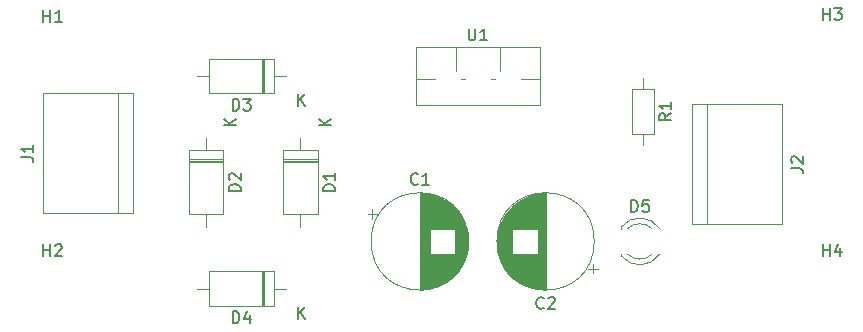
<source format=gbr>
%TF.GenerationSoftware,KiCad,Pcbnew,8.0.0*%
%TF.CreationDate,2024-04-09T00:47:27+05:00*%
%TF.ProjectId,Power_Supply,506f7765-725f-4537-9570-706c792e6b69,rev?*%
%TF.SameCoordinates,Original*%
%TF.FileFunction,Legend,Top*%
%TF.FilePolarity,Positive*%
%FSLAX46Y46*%
G04 Gerber Fmt 4.6, Leading zero omitted, Abs format (unit mm)*
G04 Created by KiCad (PCBNEW 8.0.0) date 2024-04-09 00:47:27*
%MOMM*%
%LPD*%
G01*
G04 APERTURE LIST*
%ADD10C,0.150000*%
%ADD11C,0.120000*%
G04 APERTURE END LIST*
D10*
X149933333Y-93109580D02*
X149885714Y-93157200D01*
X149885714Y-93157200D02*
X149742857Y-93204819D01*
X149742857Y-93204819D02*
X149647619Y-93204819D01*
X149647619Y-93204819D02*
X149504762Y-93157200D01*
X149504762Y-93157200D02*
X149409524Y-93061961D01*
X149409524Y-93061961D02*
X149361905Y-92966723D01*
X149361905Y-92966723D02*
X149314286Y-92776247D01*
X149314286Y-92776247D02*
X149314286Y-92633390D01*
X149314286Y-92633390D02*
X149361905Y-92442914D01*
X149361905Y-92442914D02*
X149409524Y-92347676D01*
X149409524Y-92347676D02*
X149504762Y-92252438D01*
X149504762Y-92252438D02*
X149647619Y-92204819D01*
X149647619Y-92204819D02*
X149742857Y-92204819D01*
X149742857Y-92204819D02*
X149885714Y-92252438D01*
X149885714Y-92252438D02*
X149933333Y-92300057D01*
X150885714Y-93204819D02*
X150314286Y-93204819D01*
X150600000Y-93204819D02*
X150600000Y-92204819D01*
X150600000Y-92204819D02*
X150504762Y-92347676D01*
X150504762Y-92347676D02*
X150409524Y-92442914D01*
X150409524Y-92442914D02*
X150314286Y-92490533D01*
X184238095Y-99254819D02*
X184238095Y-98254819D01*
X184238095Y-98731009D02*
X184809523Y-98731009D01*
X184809523Y-99254819D02*
X184809523Y-98254819D01*
X185714285Y-98588152D02*
X185714285Y-99254819D01*
X185476190Y-98207200D02*
X185238095Y-98921485D01*
X185238095Y-98921485D02*
X185857142Y-98921485D01*
X184238095Y-79254819D02*
X184238095Y-78254819D01*
X184238095Y-78731009D02*
X184809523Y-78731009D01*
X184809523Y-79254819D02*
X184809523Y-78254819D01*
X185190476Y-78254819D02*
X185809523Y-78254819D01*
X185809523Y-78254819D02*
X185476190Y-78635771D01*
X185476190Y-78635771D02*
X185619047Y-78635771D01*
X185619047Y-78635771D02*
X185714285Y-78683390D01*
X185714285Y-78683390D02*
X185761904Y-78731009D01*
X185761904Y-78731009D02*
X185809523Y-78826247D01*
X185809523Y-78826247D02*
X185809523Y-79064342D01*
X185809523Y-79064342D02*
X185761904Y-79159580D01*
X185761904Y-79159580D02*
X185714285Y-79207200D01*
X185714285Y-79207200D02*
X185619047Y-79254819D01*
X185619047Y-79254819D02*
X185333333Y-79254819D01*
X185333333Y-79254819D02*
X185238095Y-79207200D01*
X185238095Y-79207200D02*
X185190476Y-79159580D01*
X118238095Y-99254819D02*
X118238095Y-98254819D01*
X118238095Y-98731009D02*
X118809523Y-98731009D01*
X118809523Y-99254819D02*
X118809523Y-98254819D01*
X119238095Y-98350057D02*
X119285714Y-98302438D01*
X119285714Y-98302438D02*
X119380952Y-98254819D01*
X119380952Y-98254819D02*
X119619047Y-98254819D01*
X119619047Y-98254819D02*
X119714285Y-98302438D01*
X119714285Y-98302438D02*
X119761904Y-98350057D01*
X119761904Y-98350057D02*
X119809523Y-98445295D01*
X119809523Y-98445295D02*
X119809523Y-98540533D01*
X119809523Y-98540533D02*
X119761904Y-98683390D01*
X119761904Y-98683390D02*
X119190476Y-99254819D01*
X119190476Y-99254819D02*
X119809523Y-99254819D01*
X118238095Y-79404819D02*
X118238095Y-78404819D01*
X118238095Y-78881009D02*
X118809523Y-78881009D01*
X118809523Y-79404819D02*
X118809523Y-78404819D01*
X119809523Y-79404819D02*
X119238095Y-79404819D01*
X119523809Y-79404819D02*
X119523809Y-78404819D01*
X119523809Y-78404819D02*
X119428571Y-78547676D01*
X119428571Y-78547676D02*
X119333333Y-78642914D01*
X119333333Y-78642914D02*
X119238095Y-78690533D01*
X154238095Y-79982319D02*
X154238095Y-80791842D01*
X154238095Y-80791842D02*
X154285714Y-80887080D01*
X154285714Y-80887080D02*
X154333333Y-80934700D01*
X154333333Y-80934700D02*
X154428571Y-80982319D01*
X154428571Y-80982319D02*
X154619047Y-80982319D01*
X154619047Y-80982319D02*
X154714285Y-80934700D01*
X154714285Y-80934700D02*
X154761904Y-80887080D01*
X154761904Y-80887080D02*
X154809523Y-80791842D01*
X154809523Y-80791842D02*
X154809523Y-79982319D01*
X155809523Y-80982319D02*
X155238095Y-80982319D01*
X155523809Y-80982319D02*
X155523809Y-79982319D01*
X155523809Y-79982319D02*
X155428571Y-80125176D01*
X155428571Y-80125176D02*
X155333333Y-80220414D01*
X155333333Y-80220414D02*
X155238095Y-80268033D01*
X171374819Y-87166666D02*
X170898628Y-87499999D01*
X171374819Y-87738094D02*
X170374819Y-87738094D01*
X170374819Y-87738094D02*
X170374819Y-87357142D01*
X170374819Y-87357142D02*
X170422438Y-87261904D01*
X170422438Y-87261904D02*
X170470057Y-87214285D01*
X170470057Y-87214285D02*
X170565295Y-87166666D01*
X170565295Y-87166666D02*
X170708152Y-87166666D01*
X170708152Y-87166666D02*
X170803390Y-87214285D01*
X170803390Y-87214285D02*
X170851009Y-87261904D01*
X170851009Y-87261904D02*
X170898628Y-87357142D01*
X170898628Y-87357142D02*
X170898628Y-87738094D01*
X171374819Y-86214285D02*
X171374819Y-86785713D01*
X171374819Y-86499999D02*
X170374819Y-86499999D01*
X170374819Y-86499999D02*
X170517676Y-86595237D01*
X170517676Y-86595237D02*
X170612914Y-86690475D01*
X170612914Y-86690475D02*
X170660533Y-86785713D01*
X181534819Y-91793333D02*
X182249104Y-91793333D01*
X182249104Y-91793333D02*
X182391961Y-91840952D01*
X182391961Y-91840952D02*
X182487200Y-91936190D01*
X182487200Y-91936190D02*
X182534819Y-92079047D01*
X182534819Y-92079047D02*
X182534819Y-92174285D01*
X181630057Y-91364761D02*
X181582438Y-91317142D01*
X181582438Y-91317142D02*
X181534819Y-91221904D01*
X181534819Y-91221904D02*
X181534819Y-90983809D01*
X181534819Y-90983809D02*
X181582438Y-90888571D01*
X181582438Y-90888571D02*
X181630057Y-90840952D01*
X181630057Y-90840952D02*
X181725295Y-90793333D01*
X181725295Y-90793333D02*
X181820533Y-90793333D01*
X181820533Y-90793333D02*
X181963390Y-90840952D01*
X181963390Y-90840952D02*
X182534819Y-91412380D01*
X182534819Y-91412380D02*
X182534819Y-90793333D01*
X116374819Y-90873333D02*
X117089104Y-90873333D01*
X117089104Y-90873333D02*
X117231961Y-90920952D01*
X117231961Y-90920952D02*
X117327200Y-91016190D01*
X117327200Y-91016190D02*
X117374819Y-91159047D01*
X117374819Y-91159047D02*
X117374819Y-91254285D01*
X117374819Y-89873333D02*
X117374819Y-90444761D01*
X117374819Y-90159047D02*
X116374819Y-90159047D01*
X116374819Y-90159047D02*
X116517676Y-90254285D01*
X116517676Y-90254285D02*
X116612914Y-90349523D01*
X116612914Y-90349523D02*
X116660533Y-90444761D01*
X167991905Y-95494819D02*
X167991905Y-94494819D01*
X167991905Y-94494819D02*
X168230000Y-94494819D01*
X168230000Y-94494819D02*
X168372857Y-94542438D01*
X168372857Y-94542438D02*
X168468095Y-94637676D01*
X168468095Y-94637676D02*
X168515714Y-94732914D01*
X168515714Y-94732914D02*
X168563333Y-94923390D01*
X168563333Y-94923390D02*
X168563333Y-95066247D01*
X168563333Y-95066247D02*
X168515714Y-95256723D01*
X168515714Y-95256723D02*
X168468095Y-95351961D01*
X168468095Y-95351961D02*
X168372857Y-95447200D01*
X168372857Y-95447200D02*
X168230000Y-95494819D01*
X168230000Y-95494819D02*
X167991905Y-95494819D01*
X169468095Y-94494819D02*
X168991905Y-94494819D01*
X168991905Y-94494819D02*
X168944286Y-94971009D01*
X168944286Y-94971009D02*
X168991905Y-94923390D01*
X168991905Y-94923390D02*
X169087143Y-94875771D01*
X169087143Y-94875771D02*
X169325238Y-94875771D01*
X169325238Y-94875771D02*
X169420476Y-94923390D01*
X169420476Y-94923390D02*
X169468095Y-94971009D01*
X169468095Y-94971009D02*
X169515714Y-95066247D01*
X169515714Y-95066247D02*
X169515714Y-95304342D01*
X169515714Y-95304342D02*
X169468095Y-95399580D01*
X169468095Y-95399580D02*
X169420476Y-95447200D01*
X169420476Y-95447200D02*
X169325238Y-95494819D01*
X169325238Y-95494819D02*
X169087143Y-95494819D01*
X169087143Y-95494819D02*
X168991905Y-95447200D01*
X168991905Y-95447200D02*
X168944286Y-95399580D01*
X134261905Y-104924819D02*
X134261905Y-103924819D01*
X134261905Y-103924819D02*
X134500000Y-103924819D01*
X134500000Y-103924819D02*
X134642857Y-103972438D01*
X134642857Y-103972438D02*
X134738095Y-104067676D01*
X134738095Y-104067676D02*
X134785714Y-104162914D01*
X134785714Y-104162914D02*
X134833333Y-104353390D01*
X134833333Y-104353390D02*
X134833333Y-104496247D01*
X134833333Y-104496247D02*
X134785714Y-104686723D01*
X134785714Y-104686723D02*
X134738095Y-104781961D01*
X134738095Y-104781961D02*
X134642857Y-104877200D01*
X134642857Y-104877200D02*
X134500000Y-104924819D01*
X134500000Y-104924819D02*
X134261905Y-104924819D01*
X135690476Y-104258152D02*
X135690476Y-104924819D01*
X135452381Y-103877200D02*
X135214286Y-104591485D01*
X135214286Y-104591485D02*
X135833333Y-104591485D01*
X139818095Y-104554819D02*
X139818095Y-103554819D01*
X140389523Y-104554819D02*
X139960952Y-103983390D01*
X140389523Y-103554819D02*
X139818095Y-104126247D01*
X134261905Y-86924819D02*
X134261905Y-85924819D01*
X134261905Y-85924819D02*
X134500000Y-85924819D01*
X134500000Y-85924819D02*
X134642857Y-85972438D01*
X134642857Y-85972438D02*
X134738095Y-86067676D01*
X134738095Y-86067676D02*
X134785714Y-86162914D01*
X134785714Y-86162914D02*
X134833333Y-86353390D01*
X134833333Y-86353390D02*
X134833333Y-86496247D01*
X134833333Y-86496247D02*
X134785714Y-86686723D01*
X134785714Y-86686723D02*
X134738095Y-86781961D01*
X134738095Y-86781961D02*
X134642857Y-86877200D01*
X134642857Y-86877200D02*
X134500000Y-86924819D01*
X134500000Y-86924819D02*
X134261905Y-86924819D01*
X135166667Y-85924819D02*
X135785714Y-85924819D01*
X135785714Y-85924819D02*
X135452381Y-86305771D01*
X135452381Y-86305771D02*
X135595238Y-86305771D01*
X135595238Y-86305771D02*
X135690476Y-86353390D01*
X135690476Y-86353390D02*
X135738095Y-86401009D01*
X135738095Y-86401009D02*
X135785714Y-86496247D01*
X135785714Y-86496247D02*
X135785714Y-86734342D01*
X135785714Y-86734342D02*
X135738095Y-86829580D01*
X135738095Y-86829580D02*
X135690476Y-86877200D01*
X135690476Y-86877200D02*
X135595238Y-86924819D01*
X135595238Y-86924819D02*
X135309524Y-86924819D01*
X135309524Y-86924819D02*
X135214286Y-86877200D01*
X135214286Y-86877200D02*
X135166667Y-86829580D01*
X139818095Y-86554819D02*
X139818095Y-85554819D01*
X140389523Y-86554819D02*
X139960952Y-85983390D01*
X140389523Y-85554819D02*
X139818095Y-86126247D01*
X134924819Y-93738094D02*
X133924819Y-93738094D01*
X133924819Y-93738094D02*
X133924819Y-93499999D01*
X133924819Y-93499999D02*
X133972438Y-93357142D01*
X133972438Y-93357142D02*
X134067676Y-93261904D01*
X134067676Y-93261904D02*
X134162914Y-93214285D01*
X134162914Y-93214285D02*
X134353390Y-93166666D01*
X134353390Y-93166666D02*
X134496247Y-93166666D01*
X134496247Y-93166666D02*
X134686723Y-93214285D01*
X134686723Y-93214285D02*
X134781961Y-93261904D01*
X134781961Y-93261904D02*
X134877200Y-93357142D01*
X134877200Y-93357142D02*
X134924819Y-93499999D01*
X134924819Y-93499999D02*
X134924819Y-93738094D01*
X134020057Y-92785713D02*
X133972438Y-92738094D01*
X133972438Y-92738094D02*
X133924819Y-92642856D01*
X133924819Y-92642856D02*
X133924819Y-92404761D01*
X133924819Y-92404761D02*
X133972438Y-92309523D01*
X133972438Y-92309523D02*
X134020057Y-92261904D01*
X134020057Y-92261904D02*
X134115295Y-92214285D01*
X134115295Y-92214285D02*
X134210533Y-92214285D01*
X134210533Y-92214285D02*
X134353390Y-92261904D01*
X134353390Y-92261904D02*
X134924819Y-92833332D01*
X134924819Y-92833332D02*
X134924819Y-92214285D01*
X134554819Y-88181904D02*
X133554819Y-88181904D01*
X134554819Y-87610476D02*
X133983390Y-88039047D01*
X133554819Y-87610476D02*
X134126247Y-88181904D01*
X142924819Y-93738094D02*
X141924819Y-93738094D01*
X141924819Y-93738094D02*
X141924819Y-93499999D01*
X141924819Y-93499999D02*
X141972438Y-93357142D01*
X141972438Y-93357142D02*
X142067676Y-93261904D01*
X142067676Y-93261904D02*
X142162914Y-93214285D01*
X142162914Y-93214285D02*
X142353390Y-93166666D01*
X142353390Y-93166666D02*
X142496247Y-93166666D01*
X142496247Y-93166666D02*
X142686723Y-93214285D01*
X142686723Y-93214285D02*
X142781961Y-93261904D01*
X142781961Y-93261904D02*
X142877200Y-93357142D01*
X142877200Y-93357142D02*
X142924819Y-93499999D01*
X142924819Y-93499999D02*
X142924819Y-93738094D01*
X142924819Y-92214285D02*
X142924819Y-92785713D01*
X142924819Y-92499999D02*
X141924819Y-92499999D01*
X141924819Y-92499999D02*
X142067676Y-92595237D01*
X142067676Y-92595237D02*
X142162914Y-92690475D01*
X142162914Y-92690475D02*
X142210533Y-92785713D01*
X142554819Y-88181904D02*
X141554819Y-88181904D01*
X142554819Y-87610476D02*
X141983390Y-88039047D01*
X141554819Y-87610476D02*
X142126247Y-88181904D01*
X160583333Y-103609580D02*
X160535714Y-103657200D01*
X160535714Y-103657200D02*
X160392857Y-103704819D01*
X160392857Y-103704819D02*
X160297619Y-103704819D01*
X160297619Y-103704819D02*
X160154762Y-103657200D01*
X160154762Y-103657200D02*
X160059524Y-103561961D01*
X160059524Y-103561961D02*
X160011905Y-103466723D01*
X160011905Y-103466723D02*
X159964286Y-103276247D01*
X159964286Y-103276247D02*
X159964286Y-103133390D01*
X159964286Y-103133390D02*
X160011905Y-102942914D01*
X160011905Y-102942914D02*
X160059524Y-102847676D01*
X160059524Y-102847676D02*
X160154762Y-102752438D01*
X160154762Y-102752438D02*
X160297619Y-102704819D01*
X160297619Y-102704819D02*
X160392857Y-102704819D01*
X160392857Y-102704819D02*
X160535714Y-102752438D01*
X160535714Y-102752438D02*
X160583333Y-102800057D01*
X160964286Y-102800057D02*
X161011905Y-102752438D01*
X161011905Y-102752438D02*
X161107143Y-102704819D01*
X161107143Y-102704819D02*
X161345238Y-102704819D01*
X161345238Y-102704819D02*
X161440476Y-102752438D01*
X161440476Y-102752438D02*
X161488095Y-102800057D01*
X161488095Y-102800057D02*
X161535714Y-102895295D01*
X161535714Y-102895295D02*
X161535714Y-102990533D01*
X161535714Y-102990533D02*
X161488095Y-103133390D01*
X161488095Y-103133390D02*
X160916667Y-103704819D01*
X160916667Y-103704819D02*
X161535714Y-103704819D01*
D11*
%TO.C,C1*%
X145690302Y-95685000D02*
X146490302Y-95685000D01*
X146090302Y-95285000D02*
X146090302Y-96085000D01*
X150100000Y-93920000D02*
X150100000Y-102080000D01*
X150140000Y-93920000D02*
X150140000Y-102080000D01*
X150180000Y-93920000D02*
X150180000Y-102080000D01*
X150220000Y-93921000D02*
X150220000Y-102079000D01*
X150260000Y-93923000D02*
X150260000Y-102077000D01*
X150300000Y-93924000D02*
X150300000Y-102076000D01*
X150340000Y-93926000D02*
X150340000Y-102074000D01*
X150380000Y-93929000D02*
X150380000Y-102071000D01*
X150420000Y-93932000D02*
X150420000Y-102068000D01*
X150460000Y-93935000D02*
X150460000Y-102065000D01*
X150500000Y-93939000D02*
X150500000Y-102061000D01*
X150540000Y-93943000D02*
X150540000Y-102057000D01*
X150580000Y-93948000D02*
X150580000Y-102052000D01*
X150620000Y-93952000D02*
X150620000Y-102048000D01*
X150660000Y-93958000D02*
X150660000Y-102042000D01*
X150700000Y-93963000D02*
X150700000Y-102037000D01*
X150740000Y-93970000D02*
X150740000Y-102030000D01*
X150780000Y-93976000D02*
X150780000Y-102024000D01*
X150821000Y-93983000D02*
X150821000Y-102017000D01*
X150861000Y-93990000D02*
X150861000Y-102010000D01*
X150901000Y-93998000D02*
X150901000Y-102002000D01*
X150941000Y-94006000D02*
X150941000Y-101994000D01*
X150981000Y-94015000D02*
X150981000Y-96960000D01*
X150981000Y-99040000D02*
X150981000Y-101985000D01*
X151021000Y-94024000D02*
X151021000Y-96960000D01*
X151021000Y-99040000D02*
X151021000Y-101976000D01*
X151061000Y-94033000D02*
X151061000Y-96960000D01*
X151061000Y-99040000D02*
X151061000Y-101967000D01*
X151101000Y-94043000D02*
X151101000Y-96960000D01*
X151101000Y-99040000D02*
X151101000Y-101957000D01*
X151141000Y-94053000D02*
X151141000Y-96960000D01*
X151141000Y-99040000D02*
X151141000Y-101947000D01*
X151181000Y-94064000D02*
X151181000Y-96960000D01*
X151181000Y-99040000D02*
X151181000Y-101936000D01*
X151221000Y-94075000D02*
X151221000Y-96960000D01*
X151221000Y-99040000D02*
X151221000Y-101925000D01*
X151261000Y-94086000D02*
X151261000Y-96960000D01*
X151261000Y-99040000D02*
X151261000Y-101914000D01*
X151301000Y-94098000D02*
X151301000Y-96960000D01*
X151301000Y-99040000D02*
X151301000Y-101902000D01*
X151341000Y-94111000D02*
X151341000Y-96960000D01*
X151341000Y-99040000D02*
X151341000Y-101889000D01*
X151381000Y-94123000D02*
X151381000Y-96960000D01*
X151381000Y-99040000D02*
X151381000Y-101877000D01*
X151421000Y-94137000D02*
X151421000Y-96960000D01*
X151421000Y-99040000D02*
X151421000Y-101863000D01*
X151461000Y-94150000D02*
X151461000Y-96960000D01*
X151461000Y-99040000D02*
X151461000Y-101850000D01*
X151501000Y-94165000D02*
X151501000Y-96960000D01*
X151501000Y-99040000D02*
X151501000Y-101835000D01*
X151541000Y-94179000D02*
X151541000Y-96960000D01*
X151541000Y-99040000D02*
X151541000Y-101821000D01*
X151581000Y-94195000D02*
X151581000Y-96960000D01*
X151581000Y-99040000D02*
X151581000Y-101805000D01*
X151621000Y-94210000D02*
X151621000Y-96960000D01*
X151621000Y-99040000D02*
X151621000Y-101790000D01*
X151661000Y-94226000D02*
X151661000Y-96960000D01*
X151661000Y-99040000D02*
X151661000Y-101774000D01*
X151701000Y-94243000D02*
X151701000Y-96960000D01*
X151701000Y-99040000D02*
X151701000Y-101757000D01*
X151741000Y-94260000D02*
X151741000Y-96960000D01*
X151741000Y-99040000D02*
X151741000Y-101740000D01*
X151781000Y-94278000D02*
X151781000Y-96960000D01*
X151781000Y-99040000D02*
X151781000Y-101722000D01*
X151821000Y-94296000D02*
X151821000Y-96960000D01*
X151821000Y-99040000D02*
X151821000Y-101704000D01*
X151861000Y-94314000D02*
X151861000Y-96960000D01*
X151861000Y-99040000D02*
X151861000Y-101686000D01*
X151901000Y-94334000D02*
X151901000Y-96960000D01*
X151901000Y-99040000D02*
X151901000Y-101666000D01*
X151941000Y-94353000D02*
X151941000Y-96960000D01*
X151941000Y-99040000D02*
X151941000Y-101647000D01*
X151981000Y-94373000D02*
X151981000Y-96960000D01*
X151981000Y-99040000D02*
X151981000Y-101627000D01*
X152021000Y-94394000D02*
X152021000Y-96960000D01*
X152021000Y-99040000D02*
X152021000Y-101606000D01*
X152061000Y-94416000D02*
X152061000Y-96960000D01*
X152061000Y-99040000D02*
X152061000Y-101584000D01*
X152101000Y-94438000D02*
X152101000Y-96960000D01*
X152101000Y-99040000D02*
X152101000Y-101562000D01*
X152141000Y-94460000D02*
X152141000Y-96960000D01*
X152141000Y-99040000D02*
X152141000Y-101540000D01*
X152181000Y-94483000D02*
X152181000Y-96960000D01*
X152181000Y-99040000D02*
X152181000Y-101517000D01*
X152221000Y-94507000D02*
X152221000Y-96960000D01*
X152221000Y-99040000D02*
X152221000Y-101493000D01*
X152261000Y-94531000D02*
X152261000Y-96960000D01*
X152261000Y-99040000D02*
X152261000Y-101469000D01*
X152301000Y-94556000D02*
X152301000Y-96960000D01*
X152301000Y-99040000D02*
X152301000Y-101444000D01*
X152341000Y-94582000D02*
X152341000Y-96960000D01*
X152341000Y-99040000D02*
X152341000Y-101418000D01*
X152381000Y-94608000D02*
X152381000Y-96960000D01*
X152381000Y-99040000D02*
X152381000Y-101392000D01*
X152421000Y-94635000D02*
X152421000Y-96960000D01*
X152421000Y-99040000D02*
X152421000Y-101365000D01*
X152461000Y-94662000D02*
X152461000Y-96960000D01*
X152461000Y-99040000D02*
X152461000Y-101338000D01*
X152501000Y-94691000D02*
X152501000Y-96960000D01*
X152501000Y-99040000D02*
X152501000Y-101309000D01*
X152541000Y-94720000D02*
X152541000Y-96960000D01*
X152541000Y-99040000D02*
X152541000Y-101280000D01*
X152581000Y-94750000D02*
X152581000Y-96960000D01*
X152581000Y-99040000D02*
X152581000Y-101250000D01*
X152621000Y-94780000D02*
X152621000Y-96960000D01*
X152621000Y-99040000D02*
X152621000Y-101220000D01*
X152661000Y-94811000D02*
X152661000Y-96960000D01*
X152661000Y-99040000D02*
X152661000Y-101189000D01*
X152701000Y-94844000D02*
X152701000Y-96960000D01*
X152701000Y-99040000D02*
X152701000Y-101156000D01*
X152741000Y-94876000D02*
X152741000Y-96960000D01*
X152741000Y-99040000D02*
X152741000Y-101124000D01*
X152781000Y-94910000D02*
X152781000Y-96960000D01*
X152781000Y-99040000D02*
X152781000Y-101090000D01*
X152821000Y-94945000D02*
X152821000Y-96960000D01*
X152821000Y-99040000D02*
X152821000Y-101055000D01*
X152861000Y-94981000D02*
X152861000Y-96960000D01*
X152861000Y-99040000D02*
X152861000Y-101019000D01*
X152901000Y-95017000D02*
X152901000Y-96960000D01*
X152901000Y-99040000D02*
X152901000Y-100983000D01*
X152941000Y-95055000D02*
X152941000Y-96960000D01*
X152941000Y-99040000D02*
X152941000Y-100945000D01*
X152981000Y-95093000D02*
X152981000Y-96960000D01*
X152981000Y-99040000D02*
X152981000Y-100907000D01*
X153021000Y-95133000D02*
X153021000Y-96960000D01*
X153021000Y-99040000D02*
X153021000Y-100867000D01*
X153061000Y-95174000D02*
X153061000Y-100826000D01*
X153101000Y-95216000D02*
X153101000Y-100784000D01*
X153141000Y-95259000D02*
X153141000Y-100741000D01*
X153181000Y-95303000D02*
X153181000Y-100697000D01*
X153221000Y-95349000D02*
X153221000Y-100651000D01*
X153261000Y-95396000D02*
X153261000Y-100604000D01*
X153301000Y-95444000D02*
X153301000Y-100556000D01*
X153341000Y-95495000D02*
X153341000Y-100505000D01*
X153381000Y-95546000D02*
X153381000Y-100454000D01*
X153421000Y-95600000D02*
X153421000Y-100400000D01*
X153461000Y-95655000D02*
X153461000Y-100345000D01*
X153501000Y-95713000D02*
X153501000Y-100287000D01*
X153541000Y-95772000D02*
X153541000Y-100228000D01*
X153581000Y-95834000D02*
X153581000Y-100166000D01*
X153621000Y-95898000D02*
X153621000Y-100102000D01*
X153661000Y-95966000D02*
X153661000Y-100034000D01*
X153701000Y-96036000D02*
X153701000Y-99964000D01*
X153741000Y-96110000D02*
X153741000Y-99890000D01*
X153781000Y-96187000D02*
X153781000Y-99813000D01*
X153821000Y-96269000D02*
X153821000Y-99731000D01*
X153861000Y-96355000D02*
X153861000Y-99645000D01*
X153901000Y-96448000D02*
X153901000Y-99552000D01*
X153941000Y-96547000D02*
X153941000Y-99453000D01*
X153981000Y-96654000D02*
X153981000Y-99346000D01*
X154021000Y-96771000D02*
X154021000Y-99229000D01*
X154061000Y-96902000D02*
X154061000Y-99098000D01*
X154101000Y-97052000D02*
X154101000Y-98948000D01*
X154141000Y-97232000D02*
X154141000Y-98768000D01*
X154181000Y-97467000D02*
X154181000Y-98533000D01*
X154220000Y-98000000D02*
G75*
G02*
X145980000Y-98000000I-4120000J0D01*
G01*
X145980000Y-98000000D02*
G75*
G02*
X154220000Y-98000000I4120000J0D01*
G01*
%TO.C,U1*%
X149750000Y-81527000D02*
X149750000Y-86468000D01*
X149750000Y-81527000D02*
X160250000Y-81527000D01*
X149750000Y-84287000D02*
X151357000Y-84287000D01*
X149750000Y-86468000D02*
X160250000Y-86468000D01*
X153150000Y-81527000D02*
X153150000Y-83545000D01*
X153563000Y-84287000D02*
X153898000Y-84287000D01*
X156103000Y-84287000D02*
X156438000Y-84287000D01*
X156851000Y-81527000D02*
X156851000Y-83545000D01*
X158643000Y-84287000D02*
X160250000Y-84287000D01*
X160250000Y-81527000D02*
X160250000Y-86468000D01*
%TO.C,R1*%
X169000000Y-84130000D02*
X169000000Y-85080000D01*
X169920000Y-85080000D02*
X168080000Y-85080000D01*
X168080000Y-85080000D02*
X168080000Y-88920000D01*
X169920000Y-88920000D02*
X169920000Y-85080000D01*
X168080000Y-88920000D02*
X169920000Y-88920000D01*
X169000000Y-89870000D02*
X169000000Y-88920000D01*
%TO.C,J2*%
X180810000Y-86380000D02*
X173190000Y-86380000D01*
X173190000Y-86380000D02*
X173190000Y-96540000D01*
X180810000Y-96540000D02*
X180810000Y-86380000D01*
X174460000Y-96540000D02*
X174460000Y-86380000D01*
X173190000Y-96540000D02*
X180810000Y-96540000D01*
%TO.C,J1*%
X118190000Y-95620000D02*
X125810000Y-95620000D01*
X125810000Y-95620000D02*
X125810000Y-85460000D01*
X118190000Y-85460000D02*
X118190000Y-95620000D01*
X124540000Y-85460000D02*
X124540000Y-95620000D01*
X125810000Y-85460000D02*
X118190000Y-85460000D01*
%TO.C,D5*%
X167170000Y-96764000D02*
X167170000Y-96920000D01*
X167170000Y-99080000D02*
X167170000Y-99236000D01*
X167170001Y-96764485D02*
G75*
G02*
X170402334Y-96921392I1559999J-1235515D01*
G01*
X167689040Y-96920001D02*
G75*
G02*
X169771129Y-96920164I1040960J-1079999D01*
G01*
X169771129Y-99079836D02*
G75*
G02*
X167689040Y-99079999I-1041129J1079836D01*
G01*
X170402334Y-99078608D02*
G75*
G02*
X167170001Y-99235515I-1672334J1078608D01*
G01*
%TO.C,D4*%
X138740000Y-102000000D02*
X137720000Y-102000000D01*
X137720000Y-103470000D02*
X137720000Y-100530000D01*
X137720000Y-100530000D02*
X132280000Y-100530000D01*
X136940000Y-103470000D02*
X136940000Y-100530000D01*
X136820000Y-103470000D02*
X136820000Y-100530000D01*
X136700000Y-103470000D02*
X136700000Y-100530000D01*
X132280000Y-103470000D02*
X137720000Y-103470000D01*
X132280000Y-100530000D02*
X132280000Y-103470000D01*
X131260000Y-102000000D02*
X132280000Y-102000000D01*
%TO.C,D3*%
X138740000Y-84000000D02*
X137720000Y-84000000D01*
X137720000Y-85470000D02*
X137720000Y-82530000D01*
X137720000Y-82530000D02*
X132280000Y-82530000D01*
X136940000Y-85470000D02*
X136940000Y-82530000D01*
X136820000Y-85470000D02*
X136820000Y-82530000D01*
X136700000Y-85470000D02*
X136700000Y-82530000D01*
X132280000Y-85470000D02*
X137720000Y-85470000D01*
X132280000Y-82530000D02*
X132280000Y-85470000D01*
X131260000Y-84000000D02*
X132280000Y-84000000D01*
%TO.C,D2*%
X132000000Y-89260000D02*
X132000000Y-90280000D01*
X133470000Y-90280000D02*
X130530000Y-90280000D01*
X130530000Y-90280000D02*
X130530000Y-95720000D01*
X133470000Y-91060000D02*
X130530000Y-91060000D01*
X133470000Y-91180000D02*
X130530000Y-91180000D01*
X133470000Y-91300000D02*
X130530000Y-91300000D01*
X133470000Y-95720000D02*
X133470000Y-90280000D01*
X130530000Y-95720000D02*
X133470000Y-95720000D01*
X132000000Y-96740000D02*
X132000000Y-95720000D01*
%TO.C,D1*%
X140000000Y-89260000D02*
X140000000Y-90280000D01*
X141470000Y-90280000D02*
X138530000Y-90280000D01*
X138530000Y-90280000D02*
X138530000Y-95720000D01*
X141470000Y-91060000D02*
X138530000Y-91060000D01*
X141470000Y-91180000D02*
X138530000Y-91180000D01*
X141470000Y-91300000D02*
X138530000Y-91300000D01*
X141470000Y-95720000D02*
X141470000Y-90280000D01*
X138530000Y-95720000D02*
X141470000Y-95720000D01*
X140000000Y-96740000D02*
X140000000Y-95720000D01*
%TO.C,C2*%
X165159698Y-100315000D02*
X164359698Y-100315000D01*
X164759698Y-100715000D02*
X164759698Y-99915000D01*
X160750000Y-102080000D02*
X160750000Y-93920000D01*
X160710000Y-102080000D02*
X160710000Y-93920000D01*
X160670000Y-102080000D02*
X160670000Y-93920000D01*
X160630000Y-102079000D02*
X160630000Y-93921000D01*
X160590000Y-102077000D02*
X160590000Y-93923000D01*
X160550000Y-102076000D02*
X160550000Y-93924000D01*
X160510000Y-102074000D02*
X160510000Y-93926000D01*
X160470000Y-102071000D02*
X160470000Y-93929000D01*
X160430000Y-102068000D02*
X160430000Y-93932000D01*
X160390000Y-102065000D02*
X160390000Y-93935000D01*
X160350000Y-102061000D02*
X160350000Y-93939000D01*
X160310000Y-102057000D02*
X160310000Y-93943000D01*
X160270000Y-102052000D02*
X160270000Y-93948000D01*
X160230000Y-102048000D02*
X160230000Y-93952000D01*
X160190000Y-102042000D02*
X160190000Y-93958000D01*
X160150000Y-102037000D02*
X160150000Y-93963000D01*
X160110000Y-102030000D02*
X160110000Y-93970000D01*
X160070000Y-102024000D02*
X160070000Y-93976000D01*
X160029000Y-102017000D02*
X160029000Y-99040000D01*
X160029000Y-96960000D02*
X160029000Y-93983000D01*
X159989000Y-102010000D02*
X159989000Y-99040000D01*
X159989000Y-96960000D02*
X159989000Y-93990000D01*
X159949000Y-102002000D02*
X159949000Y-99040000D01*
X159949000Y-96960000D02*
X159949000Y-93998000D01*
X159909000Y-101994000D02*
X159909000Y-99040000D01*
X159909000Y-96960000D02*
X159909000Y-94006000D01*
X159869000Y-101985000D02*
X159869000Y-99040000D01*
X159869000Y-96960000D02*
X159869000Y-94015000D01*
X159829000Y-101976000D02*
X159829000Y-99040000D01*
X159829000Y-96960000D02*
X159829000Y-94024000D01*
X159789000Y-101967000D02*
X159789000Y-99040000D01*
X159789000Y-96960000D02*
X159789000Y-94033000D01*
X159749000Y-101957000D02*
X159749000Y-99040000D01*
X159749000Y-96960000D02*
X159749000Y-94043000D01*
X159709000Y-101947000D02*
X159709000Y-99040000D01*
X159709000Y-96960000D02*
X159709000Y-94053000D01*
X159669000Y-101936000D02*
X159669000Y-99040000D01*
X159669000Y-96960000D02*
X159669000Y-94064000D01*
X159629000Y-101925000D02*
X159629000Y-99040000D01*
X159629000Y-96960000D02*
X159629000Y-94075000D01*
X159589000Y-101914000D02*
X159589000Y-99040000D01*
X159589000Y-96960000D02*
X159589000Y-94086000D01*
X159549000Y-101902000D02*
X159549000Y-99040000D01*
X159549000Y-96960000D02*
X159549000Y-94098000D01*
X159509000Y-101889000D02*
X159509000Y-99040000D01*
X159509000Y-96960000D02*
X159509000Y-94111000D01*
X159469000Y-101877000D02*
X159469000Y-99040000D01*
X159469000Y-96960000D02*
X159469000Y-94123000D01*
X159429000Y-101863000D02*
X159429000Y-99040000D01*
X159429000Y-96960000D02*
X159429000Y-94137000D01*
X159389000Y-101850000D02*
X159389000Y-99040000D01*
X159389000Y-96960000D02*
X159389000Y-94150000D01*
X159349000Y-101835000D02*
X159349000Y-99040000D01*
X159349000Y-96960000D02*
X159349000Y-94165000D01*
X159309000Y-101821000D02*
X159309000Y-99040000D01*
X159309000Y-96960000D02*
X159309000Y-94179000D01*
X159269000Y-101805000D02*
X159269000Y-99040000D01*
X159269000Y-96960000D02*
X159269000Y-94195000D01*
X159229000Y-101790000D02*
X159229000Y-99040000D01*
X159229000Y-96960000D02*
X159229000Y-94210000D01*
X159189000Y-101774000D02*
X159189000Y-99040000D01*
X159189000Y-96960000D02*
X159189000Y-94226000D01*
X159149000Y-101757000D02*
X159149000Y-99040000D01*
X159149000Y-96960000D02*
X159149000Y-94243000D01*
X159109000Y-101740000D02*
X159109000Y-99040000D01*
X159109000Y-96960000D02*
X159109000Y-94260000D01*
X159069000Y-101722000D02*
X159069000Y-99040000D01*
X159069000Y-96960000D02*
X159069000Y-94278000D01*
X159029000Y-101704000D02*
X159029000Y-99040000D01*
X159029000Y-96960000D02*
X159029000Y-94296000D01*
X158989000Y-101686000D02*
X158989000Y-99040000D01*
X158989000Y-96960000D02*
X158989000Y-94314000D01*
X158949000Y-101666000D02*
X158949000Y-99040000D01*
X158949000Y-96960000D02*
X158949000Y-94334000D01*
X158909000Y-101647000D02*
X158909000Y-99040000D01*
X158909000Y-96960000D02*
X158909000Y-94353000D01*
X158869000Y-101627000D02*
X158869000Y-99040000D01*
X158869000Y-96960000D02*
X158869000Y-94373000D01*
X158829000Y-101606000D02*
X158829000Y-99040000D01*
X158829000Y-96960000D02*
X158829000Y-94394000D01*
X158789000Y-101584000D02*
X158789000Y-99040000D01*
X158789000Y-96960000D02*
X158789000Y-94416000D01*
X158749000Y-101562000D02*
X158749000Y-99040000D01*
X158749000Y-96960000D02*
X158749000Y-94438000D01*
X158709000Y-101540000D02*
X158709000Y-99040000D01*
X158709000Y-96960000D02*
X158709000Y-94460000D01*
X158669000Y-101517000D02*
X158669000Y-99040000D01*
X158669000Y-96960000D02*
X158669000Y-94483000D01*
X158629000Y-101493000D02*
X158629000Y-99040000D01*
X158629000Y-96960000D02*
X158629000Y-94507000D01*
X158589000Y-101469000D02*
X158589000Y-99040000D01*
X158589000Y-96960000D02*
X158589000Y-94531000D01*
X158549000Y-101444000D02*
X158549000Y-99040000D01*
X158549000Y-96960000D02*
X158549000Y-94556000D01*
X158509000Y-101418000D02*
X158509000Y-99040000D01*
X158509000Y-96960000D02*
X158509000Y-94582000D01*
X158469000Y-101392000D02*
X158469000Y-99040000D01*
X158469000Y-96960000D02*
X158469000Y-94608000D01*
X158429000Y-101365000D02*
X158429000Y-99040000D01*
X158429000Y-96960000D02*
X158429000Y-94635000D01*
X158389000Y-101338000D02*
X158389000Y-99040000D01*
X158389000Y-96960000D02*
X158389000Y-94662000D01*
X158349000Y-101309000D02*
X158349000Y-99040000D01*
X158349000Y-96960000D02*
X158349000Y-94691000D01*
X158309000Y-101280000D02*
X158309000Y-99040000D01*
X158309000Y-96960000D02*
X158309000Y-94720000D01*
X158269000Y-101250000D02*
X158269000Y-99040000D01*
X158269000Y-96960000D02*
X158269000Y-94750000D01*
X158229000Y-101220000D02*
X158229000Y-99040000D01*
X158229000Y-96960000D02*
X158229000Y-94780000D01*
X158189000Y-101189000D02*
X158189000Y-99040000D01*
X158189000Y-96960000D02*
X158189000Y-94811000D01*
X158149000Y-101156000D02*
X158149000Y-99040000D01*
X158149000Y-96960000D02*
X158149000Y-94844000D01*
X158109000Y-101124000D02*
X158109000Y-99040000D01*
X158109000Y-96960000D02*
X158109000Y-94876000D01*
X158069000Y-101090000D02*
X158069000Y-99040000D01*
X158069000Y-96960000D02*
X158069000Y-94910000D01*
X158029000Y-101055000D02*
X158029000Y-99040000D01*
X158029000Y-96960000D02*
X158029000Y-94945000D01*
X157989000Y-101019000D02*
X157989000Y-99040000D01*
X157989000Y-96960000D02*
X157989000Y-94981000D01*
X157949000Y-100983000D02*
X157949000Y-95017000D01*
X157909000Y-100945000D02*
X157909000Y-95055000D01*
X157869000Y-100907000D02*
X157869000Y-95093000D01*
X157829000Y-100867000D02*
X157829000Y-95133000D01*
X157789000Y-100826000D02*
X157789000Y-95174000D01*
X157749000Y-100784000D02*
X157749000Y-95216000D01*
X157709000Y-100741000D02*
X157709000Y-95259000D01*
X157669000Y-100697000D02*
X157669000Y-95303000D01*
X157629000Y-100651000D02*
X157629000Y-95349000D01*
X157589000Y-100604000D02*
X157589000Y-95396000D01*
X157549000Y-100556000D02*
X157549000Y-95444000D01*
X157509000Y-100505000D02*
X157509000Y-95495000D01*
X157469000Y-100454000D02*
X157469000Y-95546000D01*
X157429000Y-100400000D02*
X157429000Y-95600000D01*
X157389000Y-100345000D02*
X157389000Y-95655000D01*
X157349000Y-100287000D02*
X157349000Y-95713000D01*
X157309000Y-100228000D02*
X157309000Y-95772000D01*
X157269000Y-100166000D02*
X157269000Y-95834000D01*
X157229000Y-100102000D02*
X157229000Y-95898000D01*
X157189000Y-100034000D02*
X157189000Y-95966000D01*
X157149000Y-99964000D02*
X157149000Y-96036000D01*
X157109000Y-99890000D02*
X157109000Y-96110000D01*
X157069000Y-99813000D02*
X157069000Y-96187000D01*
X157029000Y-99731000D02*
X157029000Y-96269000D01*
X156989000Y-99645000D02*
X156989000Y-96355000D01*
X156949000Y-99552000D02*
X156949000Y-96448000D01*
X156909000Y-99453000D02*
X156909000Y-96547000D01*
X156869000Y-99346000D02*
X156869000Y-96654000D01*
X156829000Y-99229000D02*
X156829000Y-96771000D01*
X156789000Y-99098000D02*
X156789000Y-96902000D01*
X156749000Y-98948000D02*
X156749000Y-97052000D01*
X156709000Y-98768000D02*
X156709000Y-97232000D01*
X156669000Y-98533000D02*
X156669000Y-97467000D01*
X164870000Y-98000000D02*
G75*
G02*
X156630000Y-98000000I-4120000J0D01*
G01*
X156630000Y-98000000D02*
G75*
G02*
X164870000Y-98000000I4120000J0D01*
G01*
%TD*%
M02*

</source>
